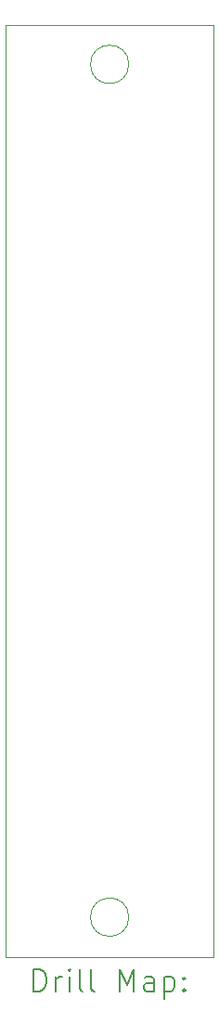
<source format=gbr>
%TF.GenerationSoftware,KiCad,Pcbnew,8.0.2*%
%TF.CreationDate,2024-05-27T22:07:11-04:00*%
%TF.ProjectId,tundraSaber,74756e64-7261-4536-9162-65722e6b6963,rev?*%
%TF.SameCoordinates,Original*%
%TF.FileFunction,Drillmap*%
%TF.FilePolarity,Positive*%
%FSLAX45Y45*%
G04 Gerber Fmt 4.5, Leading zero omitted, Abs format (unit mm)*
G04 Created by KiCad (PCBNEW 8.0.2) date 2024-05-27 22:07:11*
%MOMM*%
%LPD*%
G01*
G04 APERTURE LIST*
%ADD10C,0.050000*%
%ADD11C,0.200000*%
G04 APERTURE END LIST*
D10*
X175000Y8138700D02*
G75*
G02*
X-175000Y8138700I-175000J0D01*
G01*
X-175000Y8138700D02*
G75*
G02*
X175000Y8138700I175000J0D01*
G01*
X175000Y361300D02*
G75*
G02*
X-175000Y361300I-175000J0D01*
G01*
X-175000Y361300D02*
G75*
G02*
X175000Y361300I175000J0D01*
G01*
X-950000Y8500000D02*
X950000Y8500000D01*
X950000Y0D01*
X-950000Y0D01*
X-950000Y8500000D01*
D11*
X-691723Y-313984D02*
X-691723Y-113984D01*
X-691723Y-113984D02*
X-644104Y-113984D01*
X-644104Y-113984D02*
X-615533Y-123508D01*
X-615533Y-123508D02*
X-596485Y-142555D01*
X-596485Y-142555D02*
X-586961Y-161603D01*
X-586961Y-161603D02*
X-577437Y-199698D01*
X-577437Y-199698D02*
X-577437Y-228269D01*
X-577437Y-228269D02*
X-586961Y-266365D01*
X-586961Y-266365D02*
X-596485Y-285412D01*
X-596485Y-285412D02*
X-615533Y-304460D01*
X-615533Y-304460D02*
X-644104Y-313984D01*
X-644104Y-313984D02*
X-691723Y-313984D01*
X-491723Y-313984D02*
X-491723Y-180650D01*
X-491723Y-218746D02*
X-482199Y-199698D01*
X-482199Y-199698D02*
X-472675Y-190174D01*
X-472675Y-190174D02*
X-453628Y-180650D01*
X-453628Y-180650D02*
X-434580Y-180650D01*
X-367914Y-313984D02*
X-367914Y-180650D01*
X-367914Y-113984D02*
X-377437Y-123508D01*
X-377437Y-123508D02*
X-367914Y-133031D01*
X-367914Y-133031D02*
X-358390Y-123508D01*
X-358390Y-123508D02*
X-367914Y-113984D01*
X-367914Y-113984D02*
X-367914Y-133031D01*
X-244104Y-313984D02*
X-263152Y-304460D01*
X-263152Y-304460D02*
X-272676Y-285412D01*
X-272676Y-285412D02*
X-272676Y-113984D01*
X-139342Y-313984D02*
X-158390Y-304460D01*
X-158390Y-304460D02*
X-167914Y-285412D01*
X-167914Y-285412D02*
X-167914Y-113984D01*
X89229Y-313984D02*
X89229Y-113984D01*
X89229Y-113984D02*
X155896Y-256841D01*
X155896Y-256841D02*
X222562Y-113984D01*
X222562Y-113984D02*
X222562Y-313984D01*
X403515Y-313984D02*
X403515Y-209222D01*
X403515Y-209222D02*
X393991Y-190174D01*
X393991Y-190174D02*
X374943Y-180650D01*
X374943Y-180650D02*
X336848Y-180650D01*
X336848Y-180650D02*
X317801Y-190174D01*
X403515Y-304460D02*
X384467Y-313984D01*
X384467Y-313984D02*
X336848Y-313984D01*
X336848Y-313984D02*
X317801Y-304460D01*
X317801Y-304460D02*
X308277Y-285412D01*
X308277Y-285412D02*
X308277Y-266365D01*
X308277Y-266365D02*
X317801Y-247317D01*
X317801Y-247317D02*
X336848Y-237793D01*
X336848Y-237793D02*
X384467Y-237793D01*
X384467Y-237793D02*
X403515Y-228269D01*
X498753Y-180650D02*
X498753Y-380650D01*
X498753Y-190174D02*
X517801Y-180650D01*
X517801Y-180650D02*
X555896Y-180650D01*
X555896Y-180650D02*
X574944Y-190174D01*
X574944Y-190174D02*
X584467Y-199698D01*
X584467Y-199698D02*
X593991Y-218746D01*
X593991Y-218746D02*
X593991Y-275889D01*
X593991Y-275889D02*
X584467Y-294936D01*
X584467Y-294936D02*
X574944Y-304460D01*
X574944Y-304460D02*
X555896Y-313984D01*
X555896Y-313984D02*
X517801Y-313984D01*
X517801Y-313984D02*
X498753Y-304460D01*
X679705Y-294936D02*
X689229Y-304460D01*
X689229Y-304460D02*
X679705Y-313984D01*
X679705Y-313984D02*
X670182Y-304460D01*
X670182Y-304460D02*
X679705Y-294936D01*
X679705Y-294936D02*
X679705Y-313984D01*
X679705Y-190174D02*
X689229Y-199698D01*
X689229Y-199698D02*
X679705Y-209222D01*
X679705Y-209222D02*
X670182Y-199698D01*
X670182Y-199698D02*
X679705Y-190174D01*
X679705Y-190174D02*
X679705Y-209222D01*
M02*

</source>
